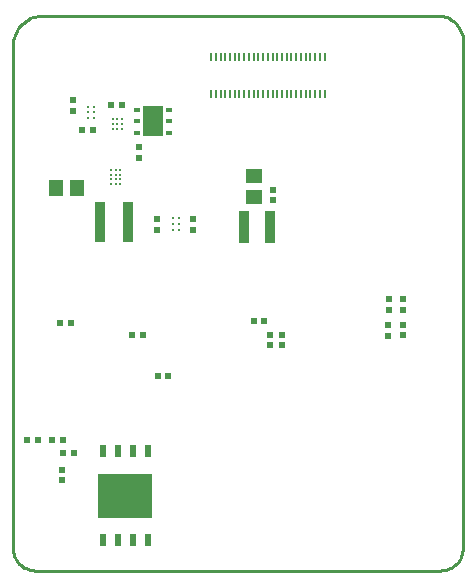
<source format=gbr>
G04 EAGLE Gerber RS-274X export*
G75*
%MOMM*%
%FSLAX34Y34*%
%LPD*%
%INSolderpaste Bottom*%
%IPPOS*%
%AMOC8*
5,1,8,0,0,1.08239X$1,22.5*%
G01*
%ADD10R,1.450000X1.150000*%
%ADD11R,0.620000X0.620000*%
%ADD12R,1.150000X1.450000*%
%ADD13R,0.195575X0.685800*%
%ADD14R,0.965200X3.403600*%
%ADD15R,0.500000X0.500000*%
%ADD16C,0.243841*%
%ADD17C,0.240031*%
%ADD18C,0.254000*%
%ADD19R,0.812800X2.667000*%
%ADD20R,0.600000X0.450000*%
%ADD21R,1.800000X2.600000*%
%ADD22R,0.550000X1.000000*%
%ADD23R,4.572000X3.810000*%


D10*
X204216Y315866D03*
X204216Y333866D03*
D11*
X217932Y199572D03*
X217932Y190572D03*
X318262Y220544D03*
X318262Y229544D03*
X41656Y76272D03*
X41656Y85272D03*
X220218Y313508D03*
X220218Y322508D03*
X83130Y394462D03*
X92130Y394462D03*
X67746Y372872D03*
X58746Y372872D03*
X122428Y288362D03*
X122428Y297362D03*
X152400Y288362D03*
X152400Y297362D03*
X330200Y220544D03*
X330200Y229544D03*
X330200Y208208D03*
X330200Y199208D03*
X227838Y199572D03*
X227838Y190572D03*
X318008Y207954D03*
X318008Y198954D03*
X212780Y211074D03*
X203780Y211074D03*
X106426Y349322D03*
X106426Y358322D03*
D12*
X54720Y323596D03*
X36720Y323596D03*
D13*
X207881Y434467D03*
X203881Y434467D03*
X199881Y434467D03*
X195881Y434467D03*
X191881Y434467D03*
X187881Y434467D03*
X183881Y434467D03*
X179881Y434467D03*
X175881Y434467D03*
X171881Y434467D03*
X167881Y434467D03*
X251881Y434467D03*
X247881Y434467D03*
X243881Y434467D03*
X239881Y434467D03*
X235881Y434467D03*
X231881Y434467D03*
X227881Y434467D03*
X223881Y434467D03*
X219881Y434467D03*
X215881Y434467D03*
X211881Y434467D03*
X207881Y403733D03*
X203881Y403733D03*
X199881Y403733D03*
X195881Y403733D03*
X191881Y403733D03*
X187881Y403733D03*
X183881Y403733D03*
X179881Y403733D03*
X175881Y403733D03*
X171881Y403733D03*
X167881Y403733D03*
X251881Y403733D03*
X247881Y403733D03*
X243881Y403733D03*
X239881Y403733D03*
X235881Y403733D03*
X231881Y403733D03*
X227881Y403733D03*
X223881Y403733D03*
X219881Y403733D03*
X215881Y403733D03*
X211881Y403733D03*
X263881Y434467D03*
X259881Y434467D03*
X255881Y434467D03*
X263881Y403733D03*
X259881Y403733D03*
X255881Y403733D03*
D14*
X97409Y295148D03*
X73787Y295148D03*
D15*
X42744Y99314D03*
X51744Y99314D03*
X21010Y110490D03*
X12010Y110490D03*
X49204Y209296D03*
X40204Y209296D03*
X42092Y110236D03*
X33092Y110236D03*
X100910Y199136D03*
X109910Y199136D03*
D16*
X91122Y327248D03*
X91122Y331248D03*
X91122Y335248D03*
X91122Y339248D03*
X87122Y327248D03*
X87122Y331248D03*
X87122Y335248D03*
X87122Y339248D03*
X83122Y327248D03*
X83122Y331248D03*
X83122Y335248D03*
X83122Y339248D03*
D17*
X84392Y382206D03*
X84392Y378206D03*
X84392Y374206D03*
X88392Y382206D03*
X88392Y378206D03*
X88392Y374206D03*
X92392Y382206D03*
X92392Y378206D03*
X92392Y374206D03*
D18*
X140676Y288624D03*
X135676Y288624D03*
X140676Y293624D03*
X135676Y293624D03*
X140676Y298624D03*
X135676Y298624D03*
D19*
X195502Y290576D03*
X217502Y290576D03*
D20*
X104864Y370738D03*
X104864Y380238D03*
X104864Y389738D03*
X131864Y389738D03*
X131864Y380238D03*
X131864Y370738D03*
D21*
X118364Y380238D03*
D22*
X76200Y100960D03*
X88900Y100960D03*
X101600Y100960D03*
X114300Y100960D03*
X114300Y26040D03*
X101600Y26040D03*
X88900Y26040D03*
X76200Y26040D03*
D23*
X95250Y63500D03*
D11*
X122500Y165100D03*
X131500Y165100D03*
D18*
X64048Y392858D03*
X69048Y392858D03*
X64048Y387858D03*
X69048Y387858D03*
X64048Y382858D03*
X69048Y382858D03*
D11*
X50800Y389200D03*
X50800Y398200D03*
D18*
X0Y19050D02*
X73Y17390D01*
X289Y15742D01*
X649Y14120D01*
X1149Y12535D01*
X1785Y10999D01*
X2552Y9525D01*
X3445Y8123D01*
X4457Y6805D01*
X5580Y5580D01*
X6805Y4457D01*
X8123Y3445D01*
X9525Y2552D01*
X10999Y1785D01*
X12535Y1149D01*
X14120Y649D01*
X15742Y289D01*
X17390Y73D01*
X19050Y0D01*
X361950Y0D01*
X363610Y73D01*
X365258Y289D01*
X366881Y649D01*
X368465Y1149D01*
X370001Y1785D01*
X371475Y2552D01*
X372877Y3445D01*
X374195Y4457D01*
X375420Y5580D01*
X376543Y6805D01*
X377555Y8123D01*
X378448Y9525D01*
X379215Y10999D01*
X379851Y12535D01*
X380351Y14120D01*
X380711Y15742D01*
X380928Y17390D01*
X381000Y19050D01*
X381000Y444500D01*
X381192Y446449D01*
X381214Y448408D01*
X381064Y450360D01*
X380746Y452293D01*
X380260Y454190D01*
X379610Y456038D01*
X378802Y457822D01*
X377841Y459529D01*
X376736Y461145D01*
X375493Y462660D01*
X374124Y464060D01*
X372637Y465335D01*
X371045Y466476D01*
X369360Y467474D01*
X367594Y468321D01*
X365761Y469011D01*
X363875Y469539D01*
X361950Y469900D01*
X25400Y469900D01*
X23186Y469803D01*
X20989Y469514D01*
X18826Y469035D01*
X16713Y468368D01*
X14666Y467520D01*
X12700Y466497D01*
X10831Y465306D01*
X9073Y463958D01*
X7440Y462461D01*
X5942Y460827D01*
X4594Y459069D01*
X3403Y457200D01*
X2380Y455235D01*
X1532Y453187D01*
X865Y451074D01*
X386Y448911D01*
X97Y446714D01*
X0Y444500D01*
X0Y19050D01*
M02*

</source>
